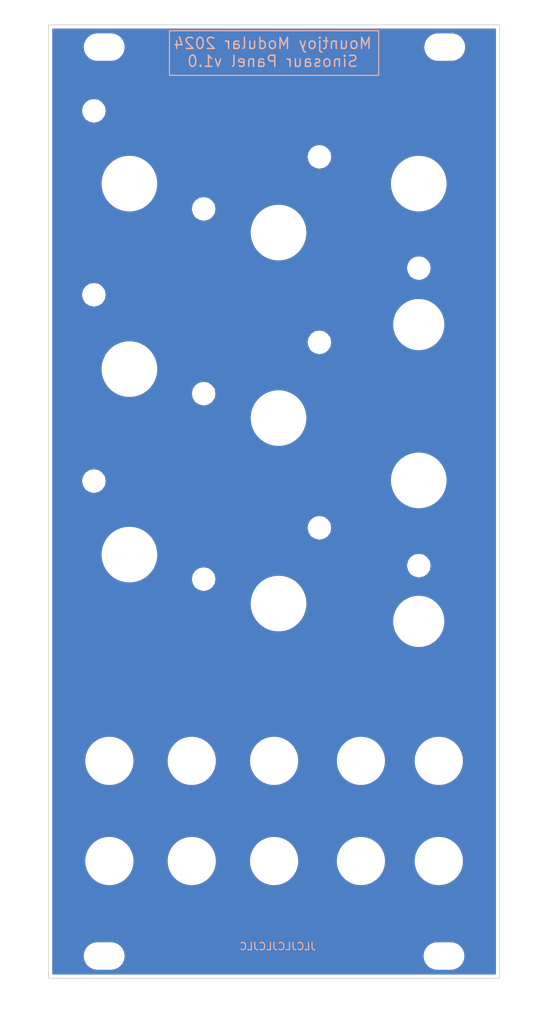
<source format=kicad_pcb>
(kicad_pcb (version 20240108) (generator "pcbnew") (generator_version "8.0")
  (layers (0 "F.Cu" signal) (31 "B.Cu" signal) (34 "B.Paste" user) (35 "F.Paste" user) (36 "B.SilkS" user "B.Silkscreen") (37 "F.SilkS" user "F.Silkscreen") (38 "B.Mask" user) (39 "F.Mask" user) (44 "Edge.Cuts" user))
  (net 0 "")
  (footprint "Custom_Footprints:Alpha_9mm_pot_hole" (layer "F.Cu") (at 149.5 102.2)
    (property "Reference" "Ref**" (hide yes))
    (property "Value" "Alpha_9mm_pot_hole" (hide yes))
    (pad "" np_thru_hole circle (at 0 0) (size 7 7) (drill 7) (layers "F&B.Cu" "*.Mask"))
  )
  (footprint "Custom_Footprints:Thonkiconn_Socket_MountingHole_6mm" (layer "F.Cu") (at 141.7 140 180)
    (property "Reference" "Ref**" (hide yes))
    (property "Value" "Thonkiconn_Socket_MountingHole_6mm")
    (pad "" np_thru_hole circle (at 0 0 180) (size 6 6) (drill 6) (layers "*.Cu" "*.Mask"))
  )
  (footprint "Custom_Footprints:Thonkiconn_Socket_MountingHole_6mm" (layer "F.Cu") (at 107.8 140 180)
    (property "Reference" "Ref**" (hide yes))
    (property "Value" "Thonkiconn_Socket_MountingHole_6mm")
    (pad "" np_thru_hole circle (at 0 0 180) (size 6 6) (drill 6) (layers "*.Cu" "*.Mask"))
  )
  (footprint "kibuzzard-666C29AC" (layer "F.Cu") (at 130 146.7)
    (property "Reference" "kibuzzard-666C29AC" (hide yes))
    (property "Value" "G***" (hide yes))
  )
  (footprint "Custom_Footprints:Thonkiconn_Socket_MountingHole_6mm" (layer "F.Cu") (at 118.9 140 180)
    (property "Reference" "Ref**" (hide yes))
    (property "Value" "Thonkiconn_Socket_MountingHole_6mm")
    (pad "" np_thru_hole circle (at 0 0 180) (size 6 6) (drill 6) (layers "*.Cu" "*.Mask"))
  )
  (footprint "Custom_Footprints:Alpha_9mm_pot_hole" (layer "F.Cu") (at 130.6 93.8 90)
    (property "Reference" "Ref**" (hide yes))
    (property "Value" "Alpha_9mm_pot_hole" (hide yes))
    (pad "" np_thru_hole circle (at 0 0 90) (size 7 7) (drill 7) (layers "F&B.Cu" "*.Mask"))
  )
  (footprint "Custom_Footprints:Thonkiconn_Socket_MountingHole_6mm" (layer "F.Cu") (at 107.8 153.5 180)
    (property "Reference" "Ref**" (hide yes))
    (property "Value" "Thonkiconn_Socket_MountingHole_6mm")
    (pad "" np_thru_hole circle (at 0 0 180) (size 6 6) (drill 6) (layers "*.Cu" "*.Mask"))
  )
  (footprint "Custom_Footprints:Thonkiconn_Socket_MountingHole_6mm" (layer "F.Cu") (at 130 140 180)
    (property "Reference" "Ref**" (hide yes))
    (property "Value" "Thonkiconn_Socket_MountingHole_6mm")
    (pad "" np_thru_hole circle (at 0 0 180) (size 6 6) (drill 6) (layers "*.Cu" "*.Mask"))
  )
  (footprint "kibuzzard-666C2AB0" (layer "F.Cu") (at 101.5 62.2)
    (property "Reference" "kibuzzard-666C2AB0" (hide yes))
    (property "Value" "G***" (hide yes))
  )
  (footprint "Custom_Footprints:Oval_Mounting_Hole" (layer "F.Cu") (at 153 43.8)
    (property "Reference" "Ref**" (hide yes))
    (property "Value" "Oval_Mounting_Hole" (hide yes))
    (pad "" np_thru_hole oval (at 0 0) (size 5 3.2) (drill oval 5 3.2) (layers "*.Cu" "*.Mask"))
  )
  (footprint "kibuzzard-666C2AB5" (layer "F.Cu") (at 101.5 87.2)
    (property "Reference" "kibuzzard-666C2AB5" (hide yes))
    (property "Value" "G***" (hide yes))
  )
  (footprint "Custom_Footprints:Tall_Trimmer_Hole" (layer "F.Cu") (at 149.5 121.2)
    (property "Reference" "Ref**" (hide yes))
    (property "Value" "Tall_Trimmer_Hole" (hide yes))
    (pad "" np_thru_hole circle (at 0 0) (size 6.4 6.4) (drill 6.4) (layers "F&B.Cu" "*.Mask"))
  )
  (footprint "Graphics:SinosaurLogo" (layer "F.Cu") (at 130 46.57356)
    (property "Reference" "G***" (hide yes))
    (property "Value" "LOGO" (hide yes))
  )
  (footprint "Custom_Footprints:Thonkiconn_Socket_MountingHole_6mm" (layer "F.Cu") (at 118.9 153.5 180)
    (property "Reference" "Ref**" (hide yes))
    (property "Value" "Thonkiconn_Socket_MountingHole_6mm")
    (pad "" np_thru_hole circle (at 0 0 180) (size 6 6) (drill 6) (layers "*.Cu" "*.Mask"))
  )
  (footprint "Custom_Footprints:Alpha_9mm_pot_hole" (layer "F.Cu") (at 149.5 62.2)
    (property "Reference" "Ref**" (hide yes))
    (property "Value" "Alpha_9mm_pot_hole" (hide yes))
    (pad "" np_thru_hole circle (at 0 0) (size 7 7) (drill 7) (layers "*.Cu" "*.Mask"))
  )
  (footprint "Custom_Footprints:Thonkiconn_Socket_MountingHole_6mm" (layer "F.Cu") (at 152.2 153.5 180)
    (property "Reference" "Ref**" (hide yes))
    (property "Value" "Thonkiconn_Socket_MountingHole_6mm")
    (pad "" np_thru_hole circle (at 0 0 180) (size 6 6) (drill 6) (layers "*.Cu" "*.Mask"))
  )
  (footprint "Custom_Footprints:Thonkiconn_Socket_MountingHole_6mm" (layer "F.Cu") (at 130 153.5 180)
    (property "Reference" "Ref**" (hide yes))
    (property "Value" "Thonkiconn_Socket_MountingHole_6mm")
    (pad "" np_thru_hole circle (at 0 0 180) (size 6 6) (drill 6) (layers "*.Cu" "*.Mask"))
  )
  (footprint "Custom_Footprints:Oval_Mounting_Hole" (layer "F.Cu") (at 107.1 166.3)
    (property "Reference" "Ref**" (hide yes))
    (property "Value" "Oval_Mounting_Hole" (hide yes))
    (pad "" np_thru_hole oval (at 0 0) (size 5 3.2) (drill oval 5 3.2) (layers "*.Cu" "*.Mask"))
  )
  (footprint "kibuzzard-666C296D" (layer "F.Cu") (at 107.8 147)
    (property "Reference" "kibuzzard-666C296D" (hide yes))
    (property "Value" "G***" (hide yes))
  )
  (footprint "Custom_Footprints:Oval_Mounting_Hole" (layer "F.Cu") (at 152.9 166.3)
    (property "Reference" "Ref**" (hide yes))
    (property "Value" "Oval_Mounting_Hole" (hide yes))
    (pad "" np_thru_hole oval (at 0 0) (size 5 3.2) (drill oval 5 3.2) (layers "*.Cu" "*.Mask"))
  )
  (footprint "Custom_Footprints:Alpha_9mm_pot_hole" (layer "F.Cu") (at 110.5 62.2 90)
    (property "Reference" "Ref**" (hide yes))
    (property "Value" "Alpha_9mm_pot_hole" (hide yes))
    (pad "" np_thru_hole circle (at 0 0 90) (size 7 7) (drill 7) (layers "*.Cu" "*.Mask"))
  )
  (footprint "Custom_Footprints:Thonkiconn_Socket_MountingHole_6mm" (layer "F.Cu") (at 152.2 140 180)
    (property "Reference" "Ref**" (hide yes))
    (property "Value" "Thonkiconn_Socket_MountingHole_6mm")
    (pad "" np_thru_hole circle (at 0 0 180) (size 6 6) (drill 6) (layers "*.Cu" "*.Mask"))
  )
  (footprint "Custom_Footprints:Alpha_9mm_pot_hole" (layer "F.Cu") (at 110.5 112.2 90)
    (property "Reference" "Ref**" (hide yes))
    (property "Value" "Alpha_9mm_pot_hole" (hide yes))
    (pad "" np_thru_hole circle (at 0 0 90) (size 7 7) (drill 7) (layers "F&B.Cu" "*.Mask"))
  )
  (footprint "Custom_Footprints:Tall_Trimmer_Hole" (layer "F.Cu") (at 149.5 81.2)
    (property "Reference" "Ref**" (hide yes))
    (property "Value" "Tall_Trimmer_Hole" (hide yes))
    (pad "" np_thru_hole circle (at 0 0) (size 6.4 6.4) (drill 6.4) (layers "F&B.Cu" "*.Mask"))
  )
  (footprint "kibuzzard-666C29A3" (layer "F.Cu") (at 118.9 146.7)
    (property "Reference" "kibuzzard-666C29A3" (hide yes))
    (property "Value" "G***" (hide yes))
  )
  (footprint "Custom_Footprints:Alpha_9mm_pot_hole" (layer "F.Cu") (at 130.6 118.8 90)
    (property "Reference" "Ref**" (hide yes))
    (property "Value" "Alpha_9mm_pot_hole" (hide yes))
    (pad "" np_thru_hole circle (at 0 0 90) (size 7 7) (drill 7) (layers "F&B.Cu" "*.Mask"))
  )
  (footprint "Custom_Footprints:Thonkiconn_Socket_MountingHole_6mm" (layer "F.Cu") (at 141.7 153.5 180)
    (property "Reference" "Ref**" (hide yes))
    (property "Value" "Thonkiconn_Socket_MountingHole_6mm")
    (pad "" np_thru_hole circle (at 0 0 180) (size 6 6) (drill 6) (layers "*.Cu" "*.Mask"))
  )
  (footprint "Custom_Footprints:Oval_Mounting_Hole" (layer "F.Cu") (at 107.1 43.8)
    (property "Reference" "Ref**" (hide yes))
    (property "Value" "Oval_Mounting_Hole" (hide yes))
    (pad "" np_thru_hole oval (at 0 0) (size 5 3.2) (drill oval 5 3.2) (layers "*.Cu" "*.Mask"))
  )
  (footprint "Custom_Footprints:Alpha_9mm_pot_hole" (layer "F.Cu") (at 130.6 68.8 90)
    (property "Reference" "Ref**" (hide yes))
    (property "Value" "Alpha_9mm_pot_hole" (hide yes))
    (pad "" np_thru_hole circle (at 0 0 90) (size 7 7) (drill 7) (layers "F&B.Cu" "*.Mask"))
  )
  (footprint "Custom_Footprints:Alpha_9mm_pot_hole" (layer "F.Cu") (at 110.5 87.2 90)
    (property "Reference" "Ref**" (hide yes))
    (property "Value" "Alpha_9mm_pot_hole" (hide yes))
    (pad "" np_thru_hole circle (at 0 0 90) (size 7 7) (drill 7) (layers "F&B.Cu" "*.Mask"))
  )
  (footprint "kibuzzard-666C2ABA" (layer "F.Cu") (at 101.5 112.2)
    (property "Reference" "kibuzzard-666C2ABA" (hide yes))
    (property "Value" "G***" (hide yes))
  )
  (gr_rect (start 115.9 41.6) (end 144.1 47.6) (stroke (width 0.15)) (fill none) (layer "B.SilkS"))
  (gr_rect (start 99.6 40.8) (end 160.4 169.3) (stroke (width 0.1)) (fill none) (layer "Edge.Cuts"))
  (gr_text "JLCJLCJLCJLC" (at 130.5 165 0) (layer "B.SilkS") (effects (font (size 1 1)) (justify mirror)))
  (gr_text "Mountjoy Modular 2024\nSinosaur Panel v1.0" (at 129.8 44.5 0) (layer "B.SilkS") (effects (font (size 1.5 1.5) (thickness 0.2)) (justify mirror)))
  (zone (net 0) (net_name "") (layers "F&B.Cu") (connect_pads (clearance 0)) (min_thickness 0.254) (fill yes (thermal_gap 0.508) (thermal_bridge_width 0.508))
    (polygon (pts (xy 162.6 172.8) (xy 96.6 172.8) (xy 96.6 38.8) (xy 162.6 38.8)))
  )
  (zone (net 0) (net_name "") (layers "F&B.Cu" "F.Mask") (connect_pads (clearance 0)) (min_thickness 0.25)
    (keepout (tracks not_allowed) (vias not_allowed) (pads not_allowed) (copperpour not_allowed) (footprints allowed))
    (fill (thermal_gap 0.5) (thermal_bridge_width 0.5))
    (polygon (pts (xy 134.965934 107.465934) (xy 135.50894 107.101229) (xy 136.099999 107) (xy 136.733223 107.101963) (xy 137.230809 107.469191) (xy 137.599441 107.967143) (xy 137.7 108.6) (xy 137.600523 109.192178) (xy 137.232199 109.732199) (xy 136.733527 110.057644) (xy 136.1 110.2) (xy 135.508933 110.057659) (xy 134.968617 109.731383) (xy 134.643026 109.19173) (xy 134.5 108.6) (xy 134.639505 107.965684)))
  )
  (zone (net 0) (net_name "") (layers "F&B.Cu" "F.Mask") (connect_pads (clearance 0)) (min_thickness 0.25)
    (keepout (tracks not_allowed) (vias not_allowed) (pads not_allowed) (copperpour not_allowed) (footprints allowed))
    (fill (thermal_gap 0.5) (thermal_bridge_width 0.5))
    (polygon (pts (xy 134.965934 57.465934) (xy 135.50894 57.101229) (xy 136.099999 57) (xy 136.733223 57.101963) (xy 137.230809 57.469191) (xy 137.599441 57.967143) (xy 137.7 58.6) (xy 137.600523 59.192178) (xy 137.232199 59.732199) (xy 136.733527 60.057644) (xy 136.1 60.2) (xy 135.508933 60.057659) (xy 134.968617 59.731383) (xy 134.643026 59.19173) (xy 134.5 58.6) (xy 134.639505 57.965684)))
  )
  (zone (net 0) (net_name "") (layers "F&B.Cu" "F.Mask") (connect_pads (clearance 0)) (min_thickness 0.25)
    (keepout (tracks not_allowed) (vias not_allowed) (pads not_allowed) (copperpour not_allowed) (footprints allowed))
    (fill (thermal_gap 0.5) (thermal_bridge_width 0.5))
    (polygon (pts (xy 148.365934 112.560871) (xy 148.90894 112.196166) (xy 149.499999 112.094937) (xy 150.133223 112.1969) (xy 150.630809 112.564128) (xy 150.999441 113.06208) (xy 151.1 113.694937) (xy 151.000523 114.287115) (xy 150.632199 114.827136) (xy 150.133527 115.152581) (xy 149.5 115.294937) (xy 148.908933 115.152596) (xy 148.368617 114.82632) (xy 148.043026 114.286667) (xy 147.9 113.694937) (xy 148.039505 113.060621)))
  )
  (zone (net 0) (net_name "") (layers "F&B.Cu" "F.Mask") (connect_pads (clearance 0)) (min_thickness 0.25)
    (keepout (tracks not_allowed) (vias not_allowed) (pads not_allowed) (copperpour not_allowed) (footprints allowed))
    (fill (thermal_gap 0.5) (thermal_bridge_width 0.5))
    (polygon (pts (xy 104.565934 76.05556) (xy 105.10894 75.690855) (xy 105.699999 75.589626) (xy 106.333223 75.691589) (xy 106.830809 76.058817) (xy 107.199441 76.556769) (xy 107.3 77.189626) (xy 107.200523 77.781804) (xy 106.832199 78.321825) (xy 106.333527 78.64727) (xy 105.7 78.789626) (xy 105.108933 78.647285) (xy 104.568617 78.321009) (xy 104.243026 77.781356) (xy 104.1 77.189626) (xy 104.239505 76.55531)))
  )
  (zone (net 0) (net_name "") (layers "F&B.Cu" "F.Mask") (connect_pads (clearance 0)) (min_thickness 0.25)
    (keepout (tracks not_allowed) (vias not_allowed) (pads not_allowed) (copperpour not_allowed) (footprints allowed))
    (fill (thermal_gap 0.5) (thermal_bridge_width 0.5))
    (polygon (pts (xy 104.565934 51.265934) (xy 105.10894 50.901229) (xy 105.699999 50.8) (xy 106.333223 50.901963) (xy 106.830809 51.269191) (xy 107.199441 51.767143) (xy 107.3 52.4) (xy 107.200523 52.992178) (xy 106.832199 53.532199) (xy 106.333527 53.857644) (xy 105.7 54) (xy 105.108933 53.857659) (xy 104.568617 53.531383) (xy 104.243026 52.99173) (xy 104.1 52.4) (xy 104.239505 51.765684)))
  )
  (zone (net 0) (net_name "") (layers "F&B.Cu" "F.Mask") (connect_pads (clearance 0)) (min_thickness 0.25)
    (keepout (tracks not_allowed) (vias not_allowed) (pads not_allowed) (copperpour not_allowed) (footprints allowed))
    (fill (thermal_gap 0.5) (thermal_bridge_width 0.5))
    (polygon (pts (xy 134.965934 82.465934) (xy 135.50894 82.101229) (xy 136.099999 82) (xy 136.733223 82.101963) (xy 137.230809 82.469191) (xy 137.599441 82.967143) (xy 137.7 83.6) (xy 137.600523 84.192178) (xy 137.232199 84.732199) (xy 136.733527 85.057644) (xy 136.1 85.2) (xy 135.508933 85.057659) (xy 134.968617 84.731383) (xy 134.643026 84.19173) (xy 134.5 83.6) (xy 134.639505 82.965684)))
  )
  (zone (net 0) (net_name "") (layers "F&B.Cu" "F.Mask") (connect_pads (clearance 0)) (min_thickness 0.25)
    (keepout (tracks not_allowed) (vias not_allowed) (pads not_allowed) (copperpour not_allowed) (footprints allowed))
    (fill (thermal_gap 0.5) (thermal_bridge_width 0.5))
    (polygon (pts (xy 119.365934 114.382696) (xy 119.90894 114.017991) (xy 120.499999 113.916762) (xy 121.133223 114.018725) (xy 121.630809 114.385953) (xy 121.999441 114.883905) (xy 122.1 115.516762) (xy 122.000523 116.10894) (xy 121.632199 116.648961) (xy 121.133527 116.974406) (xy 120.5 117.116762) (xy 119.908933 116.974421) (xy 119.368617 116.648145) (xy 119.043026 116.108492) (xy 118.9 115.516762) (xy 119.039505 114.882446)))
  )
  (zone (net 0) (net_name "") (layers "F&B.Cu" "F.Mask") (connect_pads (clearance 0)) (min_thickness 0.25)
    (keepout (tracks not_allowed) (vias not_allowed) (pads not_allowed) (copperpour not_allowed) (footprints allowed))
    (fill (thermal_gap 0.5) (thermal_bridge_width 0.5))
    (polygon (pts (xy 104.568709 101.165934) (xy 105.111715 100.801229) (xy 105.702774 100.7) (xy 106.335998 100.801963) (xy 106.833584 101.169191) (xy 107.202216 101.667143) (xy 107.302775 102.3) (xy 107.203298 102.892178) (xy 106.834974 103.432199) (xy 106.336302 103.757644) (xy 105.702775 103.9) (xy 105.111708 103.757659) (xy 104.571392 103.431383) (xy 104.245801 102.89173) (xy 104.102775 102.3) (xy 104.24228 101.665684)))
  )
  (zone (net 0) (net_name "") (layers "F&B.Cu" "F.Mask") (connect_pads (clearance 0)) (min_thickness 0.25)
    (keepout (tracks not_allowed) (vias not_allowed) (pads not_allowed) (copperpour not_allowed) (footprints allowed))
    (fill (thermal_gap 0.5) (thermal_bridge_width 0.5))
    (polygon (pts (xy 119.365934 64.482696) (xy 119.90894 64.117991) (xy 120.499999 64.016762) (xy 121.133223 64.118725) (xy 121.630809 64.485953) (xy 121.999441 64.983905) (xy 122.1 65.616762) (xy 122.000523 66.20894) (xy 121.632199 66.748961) (xy 121.133527 67.074406) (xy 120.5 67.216762) (xy 119.908933 67.074421) (xy 119.368617 66.748145) (xy 119.043026 66.208492) (xy 118.9 65.616762) (xy 119.039505 64.982446)))
  )
  (zone (net 0) (net_name "") (layers "F&B.Cu" "F.Mask") (connect_pads (clearance 0)) (min_thickness 0.25)
    (keepout (tracks not_allowed) (vias not_allowed) (pads not_allowed) (copperpour not_allowed) (footprints allowed))
    (fill (thermal_gap 0.5) (thermal_bridge_width 0.5))
    (polygon (pts (xy 119.365934 89.382696) (xy 119.90894 89.017991) (xy 120.499999 88.916762) (xy 121.133223 89.018725) (xy 121.630809 89.385953) (xy 121.999441 89.883905) (xy 122.1 90.516762) (xy 122.000523 91.10894) (xy 121.632199 91.648961) (xy 121.133527 91.974406) (xy 120.5 92.116762) (xy 119.908933 91.974421) (xy 119.368617 91.648145) (xy 119.043026 91.108492) (xy 118.9 90.516762) (xy 119.039505 89.882446)))
  )
  (zone (net 0) (net_name "") (layers "F&B.Cu" "F.Mask") (connect_pads (clearance 0)) (min_thickness 0.25)
    (keepout (tracks not_allowed) (vias not_allowed) (pads not_allowed) (copperpour not_allowed) (footprints allowed))
    (fill (thermal_gap 0.5) (thermal_bridge_width 0.5))
    (polygon (pts (xy 148.365934 72.465934) (xy 148.90894 72.101229) (xy 149.499999 72) (xy 150.133223 72.101963) (xy 150.630809 72.469191) (xy 150.999441 72.967143) (xy 151.1 73.6) (xy 151.000523 74.192178) (xy 150.632199 74.732199) (xy 150.133527 75.057644) (xy 149.5 75.2) (xy 148.908933 75.057659) (xy 148.368617 74.731383) (xy 148.043026 74.19173) (xy 147.9 73.6) (xy 148.039505 72.965684)))
  )
)
</source>
